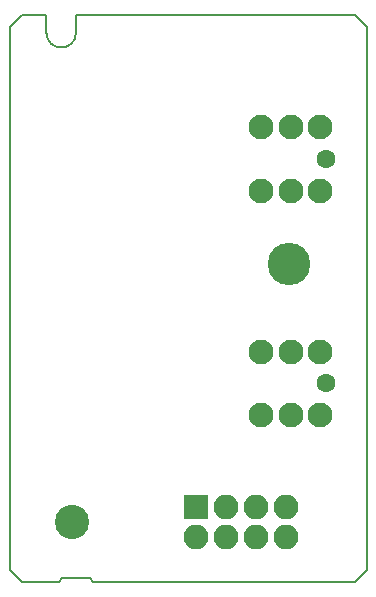
<source format=gbr>
%TF.GenerationSoftware,KiCad,Pcbnew,4.0.7*%
%TF.CreationDate,2018-07-11T12:57:16+02:00*%
%TF.ProjectId,Parkbrake_switch,5061726B6272616B655F737769746368,rev?*%
%TF.FileFunction,Soldermask,Bot*%
%FSLAX46Y46*%
G04 Gerber Fmt 4.6, Leading zero omitted, Abs format (unit mm)*
G04 Created by KiCad (PCBNEW 4.0.7) date Wednesday 11 July 2018 12:57:16*
%MOMM*%
%LPD*%
G01*
G04 APERTURE LIST*
%ADD10C,0.100000*%
%ADD11C,0.150000*%
%ADD12R,2.100000X2.100000*%
%ADD13O,2.100000X2.100000*%
%ADD14C,2.100000*%
%ADD15C,1.600000*%
%ADD16C,3.600000*%
%ADD17C,2.900000*%
G04 APERTURE END LIST*
D10*
D11*
X107000000Y-148000000D02*
X129200000Y-148000000D01*
X106800000Y-147700000D02*
X107000000Y-148000000D01*
X104400000Y-147700000D02*
X106800000Y-147700000D01*
X104200000Y-148000000D02*
X104400000Y-147700000D01*
X101000000Y-148000000D02*
X104200000Y-148000000D01*
X100000000Y-147000000D02*
X100000000Y-101000000D01*
X101000000Y-148000000D02*
X100000000Y-147000000D01*
X130200000Y-147000000D02*
X129200000Y-148000000D01*
X130200000Y-101000000D02*
X130200000Y-147000000D01*
X129200000Y-100000000D02*
X130200000Y-101000000D01*
X105600000Y-100000000D02*
X129200000Y-100000000D01*
X105600000Y-101500000D02*
X105600000Y-100000000D01*
X101000000Y-100000000D02*
X100000000Y-101000000D01*
X103100000Y-101500000D02*
G75*
G03X105600000Y-101500000I1250000J0D01*
G01*
X103100000Y-100000000D02*
X103100000Y-101500000D01*
X101000000Y-100000000D02*
X103100000Y-100000000D01*
D12*
X115800000Y-141700000D03*
D13*
X115800000Y-144240000D03*
X118340000Y-141700000D03*
X118340000Y-144240000D03*
X120880000Y-141700000D03*
X120880000Y-144240000D03*
X123420000Y-141700000D03*
X123420000Y-144240000D03*
D14*
X121300000Y-109500000D03*
X123800000Y-109500000D03*
X126300000Y-109500000D03*
X121300000Y-114900000D03*
X123800000Y-114900000D03*
X126300000Y-114900000D03*
D15*
X126800000Y-112200000D03*
D14*
X121300000Y-128500000D03*
X123800000Y-128500000D03*
X126300000Y-128500000D03*
X121300000Y-133900000D03*
X123800000Y-133900000D03*
X126300000Y-133900000D03*
D15*
X126800000Y-131200000D03*
D16*
X123600000Y-121100000D03*
D17*
X105250000Y-142950000D03*
M02*

</source>
